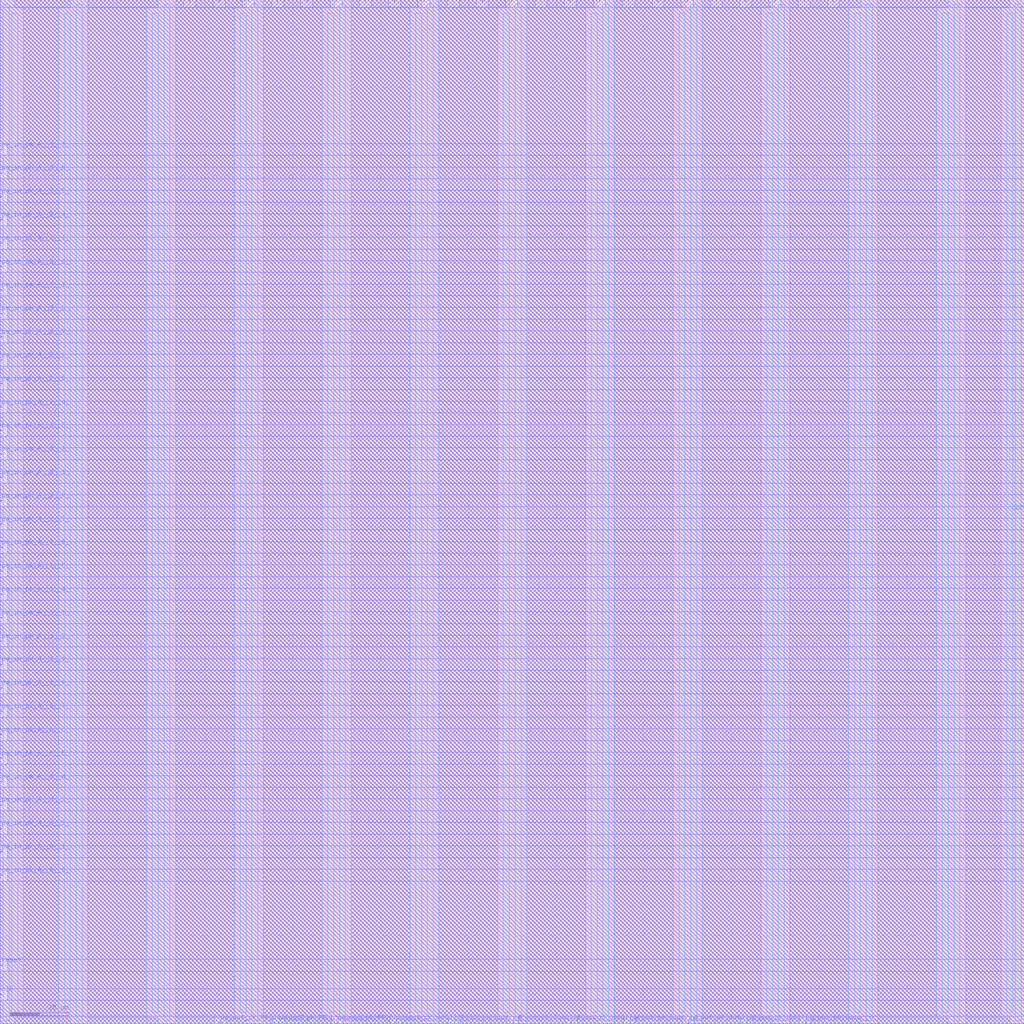
<source format=lef>
###############################################################
#  Generated by:      Cadence Innovus 21.14-s109_1
#  OS:                Linux x86_64(Host ID eecs2420p06.engin.umich.edu)
#  Generated on:      Fri Mar 24 00:08:22 2023
#  Design:            PE_top
#  Command:           write_lef_abstract /afs/umich.edu/class/eecs627/w23/groups/group4/CNN_LSTM/CNN/apr/PE_top/data/PE_top.lef -specifyTopLayer 4 -stripePin -PGpinLayers 4
###############################################################

VERSION 5.8 ;

BUSBITCHARS "[]" ;
DIVIDERCHAR "/" ;

MACRO PE_top
  CLASS BLOCK ;
  SIZE 350.000000 BY 350.000000 ;
  FOREIGN PE_top 0.000000 0.000000 ;
  ORIGIN 0 0 ;
  SYMMETRY X Y R90 ;
  PIN clk
    DIRECTION INPUT ;
    USE SIGNAL ;
    ANTENNAPARTIALMETALAREA 1.38 LAYER M3  ;
    ANTENNAPARTIALMETALSIDEAREA 0.0142 LAYER M3  ;
    ANTENNAMODEL OXIDE1 ;
    ANTENNAGATEAREA 0.8352 LAYER M3  ;
    ANTENNAMAXAREACAR 2.64655 LAYER M3  ;
    ANTENNAMAXSIDEAREACAR 0.0272749 LAYER M3  ;
    ANTENNAMAXCUTCAR 0.191571 LAYER V3  ;
    PORT
      LAYER M3 ;
        RECT 0.000000 9.900000 0.600000 10.100000 ;
    END
  END clk
  PIN reset
    DIRECTION INPUT ;
    USE SIGNAL ;
    ANTENNAPARTIALMETALAREA 4.46 LAYER M3  ;
    ANTENNAPARTIALMETALSIDEAREA 0.0454 LAYER M3  ;
    ANTENNAMODEL OXIDE1 ;
    ANTENNAGATEAREA 0.9552 LAYER M3  ;
    ANTENNAMAXAREACAR 56.4025 LAYER M3  ;
    ANTENNAMAXSIDEAREACAR 0.569324 LAYER M3  ;
    ANTENNAMAXCUTCAR 1.28205 LAYER V3  ;
    PORT
      LAYER M3 ;
        RECT 0.000000 19.900000 0.600000 20.100000 ;
    END
  END reset
  PIN pe_in_pk_PE_state__2_
    DIRECTION INPUT ;
    USE SIGNAL ;
    ANTENNAPARTIALMETALAREA 5.98 LAYER M2  ;
    ANTENNAPARTIALMETALSIDEAREA 0.0598 LAYER M2  ;
    ANTENNAPARTIALCUTAREA 0.04 LAYER V2  ;
    ANTENNAPARTIALMETALAREA 0.24 LAYER M3  ;
    ANTENNAPARTIALMETALSIDEAREA 0.0032 LAYER M3  ;
    ANTENNAMODEL OXIDE1 ;
    ANTENNAGATEAREA 0.0624 LAYER M3  ;
    ANTENNAMAXAREACAR 33.8462 LAYER M3  ;
    ANTENNAMAXSIDEAREACAR 0.358333 LAYER M3  ;
    ANTENNAMAXCUTCAR 1.28205 LAYER V3  ;
    PORT
      LAYER M2 ;
        RECT 84.700000 349.400000 84.900000 350.000000 ;
    END
  END pe_in_pk_PE_state__2_
  PIN pe_in_pk_PE_state__1_
    DIRECTION INPUT ;
    USE SIGNAL ;
    ANTENNAPARTIALMETALAREA 5.1 LAYER M2  ;
    ANTENNAPARTIALMETALSIDEAREA 0.051 LAYER M2  ;
    ANTENNAPARTIALCUTAREA 0.08 LAYER V2  ;
    ANTENNAPARTIALMETALAREA 1.24 LAYER M3  ;
    ANTENNAPARTIALMETALSIDEAREA 0.0128 LAYER M3  ;
    ANTENNAMODEL OXIDE1 ;
    ANTENNAGATEAREA 0.0624 LAYER M3  ;
    ANTENNAMAXAREACAR 87.0513 LAYER M3  ;
    ANTENNAMAXSIDEAREACAR 0.883974 LAYER M3  ;
    ANTENNAMAXCUTCAR 1.92308 LAYER V3  ;
    PORT
      LAYER M2 ;
        RECT 74.700000 349.400000 74.900000 350.000000 ;
    END
  END pe_in_pk_PE_state__1_
  PIN pe_in_pk_PE_state__0_
    DIRECTION INPUT ;
    USE SIGNAL ;
    ANTENNAPARTIALMETALAREA 5.26 LAYER M2  ;
    ANTENNAPARTIALMETALSIDEAREA 0.0526 LAYER M2  ;
    ANTENNAPARTIALCUTAREA 0.08 LAYER V2  ;
    ANTENNAPARTIALMETALAREA 2.6 LAYER M3  ;
    ANTENNAPARTIALMETALSIDEAREA 0.0264 LAYER M3  ;
    ANTENNAMODEL OXIDE1 ;
    ANTENNAGATEAREA 0.0624 LAYER M3  ;
    ANTENNAMAXAREACAR 106.282 LAYER M3  ;
    ANTENNAMAXSIDEAREACAR 1.07628 LAYER M3  ;
    ANTENNAMAXCUTCAR 1.92308 LAYER V3  ;
    PORT
      LAYER M2 ;
        RECT 64.700000 349.400000 64.900000 350.000000 ;
    END
  END pe_in_pk_PE_state__0_
  PIN pe_in_pk_A__3__7_
    DIRECTION INPUT ;
    USE SIGNAL ;
    ANTENNAPARTIALMETALAREA 8.54 LAYER M3  ;
    ANTENNAPARTIALMETALSIDEAREA 0.0854 LAYER M3  ;
    ANTENNAMODEL OXIDE1 ;
    ANTENNAGATEAREA 0.0624 LAYER M3  ;
    ANTENNAMAXAREACAR 169.423 LAYER M3  ;
    ANTENNAMAXSIDEAREACAR 1.70128 LAYER M3  ;
    ANTENNAMAXCUTCAR 1.92308 LAYER V3  ;
    PORT
      LAYER M3 ;
        RECT 0.000000 298.700000 0.600000 298.900000 ;
    END
  END pe_in_pk_A__3__7_
  PIN pe_in_pk_A__3__6_
    DIRECTION INPUT ;
    USE SIGNAL ;
    ANTENNAPARTIALMETALAREA 7.58 LAYER M3  ;
    ANTENNAPARTIALMETALSIDEAREA 0.0758 LAYER M3  ;
    ANTENNAMODEL OXIDE1 ;
    ANTENNAGATEAREA 0.0624 LAYER M3  ;
    ANTENNAMAXAREACAR 127.115 LAYER M3  ;
    ANTENNAMAXSIDEAREACAR 1.27821 LAYER M3  ;
    ANTENNAMAXCUTCAR 1.92308 LAYER V3  ;
    PORT
      LAYER M3 ;
        RECT 0.000000 290.700000 0.600000 290.900000 ;
    END
  END pe_in_pk_A__3__6_
  PIN pe_in_pk_A__3__5_
    DIRECTION INPUT ;
    USE SIGNAL ;
    ANTENNAPARTIALMETALAREA 6.54 LAYER M3  ;
    ANTENNAPARTIALMETALSIDEAREA 0.0654 LAYER M3  ;
    ANTENNAMODEL OXIDE1 ;
    ANTENNAGATEAREA 0.0624 LAYER M3  ;
    ANTENNAMAXAREACAR 121.987 LAYER M3  ;
    ANTENNAMAXSIDEAREACAR 1.22692 LAYER M3  ;
    ANTENNAMAXCUTCAR 1.92308 LAYER V3  ;
    PORT
      LAYER M3 ;
        RECT 0.000000 282.700000 0.600000 282.900000 ;
    END
  END pe_in_pk_A__3__5_
  PIN pe_in_pk_A__3__4_
    DIRECTION INPUT ;
    USE SIGNAL ;
    ANTENNAPARTIALMETALAREA 6.14 LAYER M3  ;
    ANTENNAPARTIALMETALSIDEAREA 0.0614 LAYER M3  ;
    ANTENNAMODEL OXIDE1 ;
    ANTENNAGATEAREA 0.0624 LAYER M3  ;
    ANTENNAMAXAREACAR 113.013 LAYER M3  ;
    ANTENNAMAXSIDEAREACAR 1.13718 LAYER M3  ;
    ANTENNAMAXCUTCAR 1.92308 LAYER V3  ;
    PORT
      LAYER M3 ;
        RECT 0.000000 274.700000 0.600000 274.900000 ;
    END
  END pe_in_pk_A__3__4_
  PIN pe_in_pk_A__3__3_
    DIRECTION INPUT ;
    USE SIGNAL ;
    ANTENNAPARTIALMETALAREA 6.14 LAYER M3  ;
    ANTENNAPARTIALMETALSIDEAREA 0.0614 LAYER M3  ;
    ANTENNAMODEL OXIDE1 ;
    ANTENNAGATEAREA 0.0624 LAYER M3  ;
    ANTENNAMAXAREACAR 106.603 LAYER M3  ;
    ANTENNAMAXSIDEAREACAR 1.07308 LAYER M3  ;
    ANTENNAMAXCUTCAR 1.92308 LAYER V3  ;
    PORT
      LAYER M3 ;
        RECT 0.000000 266.700000 0.600000 266.900000 ;
    END
  END pe_in_pk_A__3__3_
  PIN pe_in_pk_A__3__2_
    DIRECTION INPUT ;
    USE SIGNAL ;
    ANTENNAPARTIALMETALAREA 6.22 LAYER M3  ;
    ANTENNAPARTIALMETALSIDEAREA 0.0622 LAYER M3  ;
    ANTENNAMODEL OXIDE1 ;
    ANTENNAGATEAREA 0.0624 LAYER M3  ;
    ANTENNAMAXAREACAR 107.885 LAYER M3  ;
    ANTENNAMAXSIDEAREACAR 1.0859 LAYER M3  ;
    ANTENNAMAXCUTCAR 1.92308 LAYER V3  ;
    PORT
      LAYER M3 ;
        RECT 0.000000 258.700000 0.600000 258.900000 ;
    END
  END pe_in_pk_A__3__2_
  PIN pe_in_pk_A__3__1_
    DIRECTION INPUT ;
    USE SIGNAL ;
    ANTENNAPARTIALMETALAREA 6.38 LAYER M3  ;
    ANTENNAPARTIALMETALSIDEAREA 0.0638 LAYER M3  ;
    ANTENNAMODEL OXIDE1 ;
    ANTENNAGATEAREA 0.0624 LAYER M3  ;
    ANTENNAMAXAREACAR 109.167 LAYER M3  ;
    ANTENNAMAXSIDEAREACAR 1.09872 LAYER M3  ;
    ANTENNAMAXCUTCAR 1.92308 LAYER V3  ;
    PORT
      LAYER M3 ;
        RECT 0.000000 250.700000 0.600000 250.900000 ;
    END
  END pe_in_pk_A__3__1_
  PIN pe_in_pk_A__3__0_
    DIRECTION INPUT ;
    USE SIGNAL ;
    ANTENNAPARTIALMETALAREA 6.38 LAYER M3  ;
    ANTENNAPARTIALMETALSIDEAREA 0.0638 LAYER M3  ;
    ANTENNAMODEL OXIDE1 ;
    ANTENNAGATEAREA 0.0624 LAYER M3  ;
    ANTENNAMAXAREACAR 106.603 LAYER M3  ;
    ANTENNAMAXSIDEAREACAR 1.07308 LAYER M3  ;
    ANTENNAMAXCUTCAR 1.92308 LAYER V3  ;
    PORT
      LAYER M3 ;
        RECT 0.000000 242.700000 0.600000 242.900000 ;
    END
  END pe_in_pk_A__3__0_
  PIN pe_in_pk_A__2__7_
    DIRECTION INPUT ;
    USE SIGNAL ;
    ANTENNAPARTIALMETALAREA 6.46 LAYER M3  ;
    ANTENNAPARTIALMETALSIDEAREA 0.0646 LAYER M3  ;
    ANTENNAMODEL OXIDE1 ;
    ANTENNAGATEAREA 0.0624 LAYER M3  ;
    ANTENNAMAXAREACAR 114.295 LAYER M3  ;
    ANTENNAMAXSIDEAREACAR 1.15 LAYER M3  ;
    ANTENNAMAXCUTCAR 1.92308 LAYER V3  ;
    PORT
      LAYER M3 ;
        RECT 0.000000 234.700000 0.600000 234.900000 ;
    END
  END pe_in_pk_A__2__7_
  PIN pe_in_pk_A__2__6_
    DIRECTION INPUT ;
    USE SIGNAL ;
    ANTENNAPARTIALMETALAREA 6.62 LAYER M3  ;
    ANTENNAPARTIALMETALSIDEAREA 0.0662 LAYER M3  ;
    ANTENNAMODEL OXIDE1 ;
    ANTENNAGATEAREA 0.0624 LAYER M3  ;
    ANTENNAMAXAREACAR 115.577 LAYER M3  ;
    ANTENNAMAXSIDEAREACAR 1.16282 LAYER M3  ;
    ANTENNAMAXCUTCAR 1.92308 LAYER V3  ;
    PORT
      LAYER M3 ;
        RECT 0.000000 226.700000 0.600000 226.900000 ;
    END
  END pe_in_pk_A__2__6_
  PIN pe_in_pk_A__2__5_
    DIRECTION INPUT ;
    USE SIGNAL ;
    ANTENNAPARTIALMETALAREA 6.46 LAYER M3  ;
    ANTENNAPARTIALMETALSIDEAREA 0.0646 LAYER M3  ;
    ANTENNAMODEL OXIDE1 ;
    ANTENNAGATEAREA 0.0624 LAYER M3  ;
    ANTENNAMAXAREACAR 113.013 LAYER M3  ;
    ANTENNAMAXSIDEAREACAR 1.13718 LAYER M3  ;
    ANTENNAMAXCUTCAR 1.92308 LAYER V3  ;
    PORT
      LAYER M3 ;
        RECT 0.000000 218.700000 0.600000 218.900000 ;
    END
  END pe_in_pk_A__2__5_
  PIN pe_in_pk_A__2__4_
    DIRECTION INPUT ;
    USE SIGNAL ;
    ANTENNAPARTIALMETALAREA 6.46 LAYER M3  ;
    ANTENNAPARTIALMETALSIDEAREA 0.0646 LAYER M3  ;
    ANTENNAMODEL OXIDE1 ;
    ANTENNAGATEAREA 0.0624 LAYER M3  ;
    ANTENNAMAXAREACAR 107.885 LAYER M3  ;
    ANTENNAMAXSIDEAREACAR 1.0859 LAYER M3  ;
    ANTENNAMAXCUTCAR 1.92308 LAYER V3  ;
    PORT
      LAYER M3 ;
        RECT 0.000000 210.700000 0.600000 210.900000 ;
    END
  END pe_in_pk_A__2__4_
  PIN pe_in_pk_A__2__3_
    DIRECTION INPUT ;
    USE SIGNAL ;
    ANTENNAPARTIALMETALAREA 6.54 LAYER M3  ;
    ANTENNAPARTIALMETALSIDEAREA 0.0654 LAYER M3  ;
    ANTENNAMODEL OXIDE1 ;
    ANTENNAGATEAREA 0.0624 LAYER M3  ;
    ANTENNAMAXAREACAR 110.449 LAYER M3  ;
    ANTENNAMAXSIDEAREACAR 1.11154 LAYER M3  ;
    ANTENNAMAXCUTCAR 1.92308 LAYER V3  ;
    PORT
      LAYER M3 ;
        RECT 0.000000 202.700000 0.600000 202.900000 ;
    END
  END pe_in_pk_A__2__3_
  PIN pe_in_pk_A__2__2_
    DIRECTION INPUT ;
    USE SIGNAL ;
    ANTENNAPARTIALMETALAREA 5.1 LAYER M3  ;
    ANTENNAPARTIALMETALSIDEAREA 0.051 LAYER M3  ;
    ANTENNAMODEL OXIDE1 ;
    ANTENNAGATEAREA 0.0624 LAYER M3  ;
    ANTENNAMAXAREACAR 91.2179 LAYER M3  ;
    ANTENNAMAXSIDEAREACAR 0.919231 LAYER M3  ;
    ANTENNAMAXCUTCAR 1.92308 LAYER V3  ;
    PORT
      LAYER M3 ;
        RECT 0.000000 194.700000 0.600000 194.900000 ;
    END
  END pe_in_pk_A__2__2_
  PIN pe_in_pk_A__2__1_
    DIRECTION INPUT ;
    USE SIGNAL ;
    ANTENNAPARTIALMETALAREA 4.06 LAYER M3  ;
    ANTENNAPARTIALMETALSIDEAREA 0.0406 LAYER M3  ;
    ANTENNAMODEL OXIDE1 ;
    ANTENNAGATEAREA 0.0624 LAYER M3  ;
    ANTENNAMAXAREACAR 74.5513 LAYER M3  ;
    ANTENNAMAXSIDEAREACAR 0.752564 LAYER M3  ;
    ANTENNAMAXCUTCAR 1.92308 LAYER V3  ;
    PORT
      LAYER M3 ;
        RECT 0.000000 186.700000 0.600000 186.900000 ;
    END
  END pe_in_pk_A__2__1_
  PIN pe_in_pk_A__2__0_
    DIRECTION INPUT ;
    USE SIGNAL ;
    ANTENNAPARTIALMETALAREA 3.34 LAYER M3  ;
    ANTENNAPARTIALMETALSIDEAREA 0.0334 LAYER M3  ;
    ANTENNAMODEL OXIDE1 ;
    ANTENNAGATEAREA 0.0624 LAYER M3  ;
    ANTENNAMAXAREACAR 66.859 LAYER M3  ;
    ANTENNAMAXSIDEAREACAR 0.675641 LAYER M3  ;
    ANTENNAMAXCUTCAR 1.92308 LAYER V3  ;
    PORT
      LAYER M3 ;
        RECT 0.000000 178.700000 0.600000 178.900000 ;
    END
  END pe_in_pk_A__2__0_
  PIN pe_in_pk_A__1__7_
    DIRECTION INPUT ;
    USE SIGNAL ;
    ANTENNAPARTIALMETALAREA 2.22 LAYER M3  ;
    ANTENNAPARTIALMETALSIDEAREA 0.0222 LAYER M3  ;
    ANTENNAMODEL OXIDE1 ;
    ANTENNAGATEAREA 0.0624 LAYER M3  ;
    ANTENNAMAXAREACAR 48.9103 LAYER M3  ;
    ANTENNAMAXSIDEAREACAR 0.496154 LAYER M3  ;
    ANTENNAMAXCUTCAR 1.92308 LAYER V3  ;
    PORT
      LAYER M3 ;
        RECT 0.000000 170.700000 0.600000 170.900000 ;
    END
  END pe_in_pk_A__1__7_
  PIN pe_in_pk_A__1__6_
    DIRECTION INPUT ;
    USE SIGNAL ;
    ANTENNAPARTIALMETALAREA 1.58 LAYER M3  ;
    ANTENNAPARTIALMETALSIDEAREA 0.0158 LAYER M3  ;
    ANTENNAMODEL OXIDE1 ;
    ANTENNAGATEAREA 0.0624 LAYER M3  ;
    ANTENNAMAXAREACAR 30.9615 LAYER M3  ;
    ANTENNAMAXSIDEAREACAR 0.316667 LAYER M3  ;
    ANTENNAMAXCUTCAR 1.92308 LAYER V3  ;
    PORT
      LAYER M3 ;
        RECT 0.000000 162.700000 0.600000 162.900000 ;
    END
  END pe_in_pk_A__1__6_
  PIN pe_in_pk_A__1__5_
    DIRECTION INPUT ;
    USE SIGNAL ;
    ANTENNAPARTIALMETALAREA 1.66 LAYER M3  ;
    ANTENNAPARTIALMETALSIDEAREA 0.0166 LAYER M3  ;
    ANTENNAMODEL OXIDE1 ;
    ANTENNAGATEAREA 0.0624 LAYER M3  ;
    ANTENNAMAXAREACAR 34.8077 LAYER M3  ;
    ANTENNAMAXSIDEAREACAR 0.355128 LAYER M3  ;
    ANTENNAMAXCUTCAR 1.92308 LAYER V3  ;
    PORT
      LAYER M3 ;
        RECT 0.000000 154.700000 0.600000 154.900000 ;
    END
  END pe_in_pk_A__1__5_
  PIN pe_in_pk_A__1__4_
    DIRECTION INPUT ;
    USE SIGNAL ;
    ANTENNAPARTIALMETALAREA 1.74 LAYER M3  ;
    ANTENNAPARTIALMETALSIDEAREA 0.0174 LAYER M3  ;
    ANTENNAMODEL OXIDE1 ;
    ANTENNAGATEAREA 0.0624 LAYER M3  ;
    ANTENNAMAXAREACAR 33.5256 LAYER M3  ;
    ANTENNAMAXSIDEAREACAR 0.342308 LAYER M3  ;
    ANTENNAMAXCUTCAR 1.92308 LAYER V3  ;
    PORT
      LAYER M3 ;
        RECT 0.000000 146.700000 0.600000 146.900000 ;
    END
  END pe_in_pk_A__1__4_
  PIN pe_in_pk_A__1__3_
    DIRECTION INPUT ;
    USE SIGNAL ;
    ANTENNAPARTIALMETALAREA 1.66 LAYER M3  ;
    ANTENNAPARTIALMETALSIDEAREA 0.0166 LAYER M3  ;
    ANTENNAMODEL OXIDE1 ;
    ANTENNAGATEAREA 0.0624 LAYER M3  ;
    ANTENNAMAXAREACAR 30.9615 LAYER M3  ;
    ANTENNAMAXSIDEAREACAR 0.316667 LAYER M3  ;
    ANTENNAMAXCUTCAR 1.92308 LAYER V3  ;
    PORT
      LAYER M3 ;
        RECT 0.000000 138.700000 0.600000 138.900000 ;
    END
  END pe_in_pk_A__1__3_
  PIN pe_in_pk_A__1__2_
    DIRECTION INPUT ;
    USE SIGNAL ;
    ANTENNAPARTIALMETALAREA 1.74 LAYER M3  ;
    ANTENNAPARTIALMETALSIDEAREA 0.0174 LAYER M3  ;
    ANTENNAMODEL OXIDE1 ;
    ANTENNAGATEAREA 0.0624 LAYER M3  ;
    ANTENNAMAXAREACAR 45.0641 LAYER M3  ;
    ANTENNAMAXSIDEAREACAR 0.457692 LAYER M3  ;
    ANTENNAMAXCUTCAR 1.92308 LAYER V3  ;
    PORT
      LAYER M3 ;
        RECT 0.000000 130.700000 0.600000 130.900000 ;
    END
  END pe_in_pk_A__1__2_
  PIN pe_in_pk_A__1__1_
    DIRECTION INPUT ;
    USE SIGNAL ;
    ANTENNAPARTIALMETALAREA 1.74 LAYER M3  ;
    ANTENNAPARTIALMETALSIDEAREA 0.0174 LAYER M3  ;
    ANTENNAMODEL OXIDE1 ;
    ANTENNAGATEAREA 0.0624 LAYER M3  ;
    ANTENNAMAXAREACAR 39.9359 LAYER M3  ;
    ANTENNAMAXSIDEAREACAR 0.40641 LAYER M3  ;
    ANTENNAMAXCUTCAR 1.92308 LAYER V3  ;
    PORT
      LAYER M3 ;
        RECT 0.000000 122.700000 0.600000 122.900000 ;
    END
  END pe_in_pk_A__1__1_
  PIN pe_in_pk_A__1__0_
    DIRECTION INPUT ;
    USE SIGNAL ;
    ANTENNAPARTIALMETALAREA 2.54 LAYER M3  ;
    ANTENNAPARTIALMETALSIDEAREA 0.0254 LAYER M3  ;
    ANTENNAMODEL OXIDE1 ;
    ANTENNAGATEAREA 0.0624 LAYER M3  ;
    ANTENNAMAXAREACAR 50.1923 LAYER M3  ;
    ANTENNAMAXSIDEAREACAR 0.508974 LAYER M3  ;
    ANTENNAMAXCUTCAR 1.92308 LAYER V3  ;
    PORT
      LAYER M3 ;
        RECT 0.000000 114.700000 0.600000 114.900000 ;
    END
  END pe_in_pk_A__1__0_
  PIN pe_in_pk_A__0__7_
    DIRECTION INPUT ;
    USE SIGNAL ;
    ANTENNAPARTIALMETALAREA 3.34 LAYER M3  ;
    ANTENNAPARTIALMETALSIDEAREA 0.0334 LAYER M3  ;
    ANTENNAMODEL OXIDE1 ;
    ANTENNAGATEAREA 0.0624 LAYER M3  ;
    ANTENNAMAXAREACAR 60.4487 LAYER M3  ;
    ANTENNAMAXSIDEAREACAR 0.611538 LAYER M3  ;
    ANTENNAMAXCUTCAR 1.92308 LAYER V3  ;
    PORT
      LAYER M3 ;
        RECT 0.000000 106.700000 0.600000 106.900000 ;
    END
  END pe_in_pk_A__0__7_
  PIN pe_in_pk_A__0__6_
    DIRECTION INPUT ;
    USE SIGNAL ;
    ANTENNAPARTIALMETALAREA 3.34 LAYER M3  ;
    ANTENNAPARTIALMETALSIDEAREA 0.0334 LAYER M3  ;
    ANTENNAMODEL OXIDE1 ;
    ANTENNAGATEAREA 0.0624 LAYER M3  ;
    ANTENNAMAXAREACAR 66.859 LAYER M3  ;
    ANTENNAMAXSIDEAREACAR 0.675641 LAYER M3  ;
    ANTENNAMAXCUTCAR 1.92308 LAYER V3  ;
    PORT
      LAYER M3 ;
        RECT 0.000000 98.700000 0.600000 98.900000 ;
    END
  END pe_in_pk_A__0__6_
  PIN pe_in_pk_A__0__5_
    DIRECTION INPUT ;
    USE SIGNAL ;
    ANTENNAPARTIALMETALAREA 3.58 LAYER M3  ;
    ANTENNAPARTIALMETALSIDEAREA 0.0358 LAYER M3  ;
    ANTENNAMODEL OXIDE1 ;
    ANTENNAGATEAREA 0.0624 LAYER M3  ;
    ANTENNAMAXAREACAR 68.141 LAYER M3  ;
    ANTENNAMAXSIDEAREACAR 0.688462 LAYER M3  ;
    ANTENNAMAXCUTCAR 1.92308 LAYER V3  ;
    PORT
      LAYER M3 ;
        RECT 0.000000 90.700000 0.600000 90.900000 ;
    END
  END pe_in_pk_A__0__5_
  PIN pe_in_pk_A__0__4_
    DIRECTION INPUT ;
    USE SIGNAL ;
    ANTENNAPARTIALMETALAREA 3.9 LAYER M3  ;
    ANTENNAPARTIALMETALSIDEAREA 0.039 LAYER M3  ;
    ANTENNAMODEL OXIDE1 ;
    ANTENNAGATEAREA 0.0624 LAYER M3  ;
    ANTENNAMAXAREACAR 70.7051 LAYER M3  ;
    ANTENNAMAXSIDEAREACAR 0.714103 LAYER M3  ;
    ANTENNAMAXCUTCAR 1.92308 LAYER V3  ;
    PORT
      LAYER M3 ;
        RECT 0.000000 82.700000 0.600000 82.900000 ;
    END
  END pe_in_pk_A__0__4_
  PIN pe_in_pk_A__0__3_
    DIRECTION INPUT ;
    USE SIGNAL ;
    ANTENNAPARTIALMETALAREA 4.3 LAYER M3  ;
    ANTENNAPARTIALMETALSIDEAREA 0.043 LAYER M3  ;
    ANTENNAMODEL OXIDE1 ;
    ANTENNAGATEAREA 0.0624 LAYER M3  ;
    ANTENNAMAXAREACAR 74.5513 LAYER M3  ;
    ANTENNAMAXSIDEAREACAR 0.752564 LAYER M3  ;
    ANTENNAMAXCUTCAR 1.92308 LAYER V3  ;
    PORT
      LAYER M3 ;
        RECT 0.000000 74.700000 0.600000 74.900000 ;
    END
  END pe_in_pk_A__0__3_
  PIN pe_in_pk_A__0__2_
    DIRECTION INPUT ;
    USE SIGNAL ;
    ANTENNAPARTIALMETALAREA 2.06 LAYER M3  ;
    ANTENNAPARTIALMETALSIDEAREA 0.0206 LAYER M3  ;
    ANTENNAMODEL OXIDE1 ;
    ANTENNAGATEAREA 0.0624 LAYER M3  ;
    ANTENNAMAXAREACAR 59.1667 LAYER M3  ;
    ANTENNAMAXSIDEAREACAR 0.598718 LAYER M3  ;
    ANTENNAMAXCUTCAR 1.92308 LAYER V3  ;
    PORT
      LAYER M3 ;
        RECT 0.000000 66.700000 0.600000 66.900000 ;
    END
  END pe_in_pk_A__0__2_
  PIN pe_in_pk_A__0__1_
    DIRECTION INPUT ;
    USE SIGNAL ;
    ANTENNAPARTIALMETALAREA 2.06 LAYER M3  ;
    ANTENNAPARTIALMETALSIDEAREA 0.0206 LAYER M3  ;
    ANTENNAPARTIALCUTAREA 0.08 LAYER V3  ;
    ANTENNAPARTIALMETALAREA 0.36 LAYER M4  ;
    ANTENNAPARTIALMETALSIDEAREA 0.004 LAYER M4  ;
    ANTENNAMODEL OXIDE1 ;
    ANTENNAGATEAREA 0.0624 LAYER M4  ;
    ANTENNAMAXAREACAR 55.641 LAYER M4  ;
    ANTENNAMAXSIDEAREACAR 0.576282 LAYER M4  ;
    ANTENNAMAXCUTCAR 3.20513 LAYER V4  ;
    PORT
      LAYER M3 ;
        RECT 0.000000 58.700000 0.600000 58.900000 ;
    END
  END pe_in_pk_A__0__1_
  PIN pe_in_pk_A__0__0_
    DIRECTION INPUT ;
    USE SIGNAL ;
    ANTENNAPARTIALMETALAREA 4.78 LAYER M3  ;
    ANTENNAPARTIALMETALSIDEAREA 0.0478 LAYER M3  ;
    ANTENNAMODEL OXIDE1 ;
    ANTENNAGATEAREA 0.0624 LAYER M3  ;
    ANTENNAMAXAREACAR 133.526 LAYER M3  ;
    ANTENNAMAXSIDEAREACAR 1.34231 LAYER M3  ;
    ANTENNAMAXCUTCAR 1.92308 LAYER V3  ;
    PORT
      LAYER M3 ;
        RECT 0.000000 50.700000 0.600000 50.900000 ;
    END
  END pe_in_pk_A__0__0_
  PIN pe_in_pk_wrb_data__7_
    DIRECTION INPUT ;
    USE SIGNAL ;
    ANTENNAPARTIALMETALAREA 11.82 LAYER M2  ;
    ANTENNAPARTIALMETALSIDEAREA 0.1182 LAYER M2  ;
    ANTENNAPARTIALCUTAREA 0.08 LAYER V2  ;
    ANTENNAPARTIALMETALAREA 7.56 LAYER M3  ;
    ANTENNAPARTIALMETALSIDEAREA 0.076 LAYER M3  ;
    ANTENNAPARTIALCUTAREA 0.04 LAYER V3  ;
    ANTENNAPARTIALMETALAREA 19.12 LAYER M4  ;
    ANTENNAPARTIALMETALSIDEAREA 0.1928 LAYER M4  ;
    ANTENNAMODEL OXIDE1 ;
    ANTENNAGATEAREA 0.3792 LAYER M4  ;
    ANTENNAMAXAREACAR 111.191 LAYER M4  ;
    ANTENNAMAXSIDEAREACAR 1.136 LAYER M4  ;
    ANTENNAMAXCUTCAR 5.76923 LAYER V4  ;
    PORT
      LAYER M2 ;
        RECT 284.700000 349.400000 284.900000 350.000000 ;
    END
  END pe_in_pk_wrb_data__7_
  PIN pe_in_pk_wrb_data__6_
    DIRECTION INPUT ;
    USE SIGNAL ;
    ANTENNAPARTIALMETALAREA 8.86 LAYER M2  ;
    ANTENNAPARTIALMETALSIDEAREA 0.0886 LAYER M2  ;
    ANTENNAPARTIALCUTAREA 0.08 LAYER V2  ;
    ANTENNAPARTIALMETALAREA 9.48 LAYER M3  ;
    ANTENNAPARTIALMETALSIDEAREA 0.0952 LAYER M3  ;
    ANTENNAMODEL OXIDE1 ;
    ANTENNAGATEAREA 0.1272 LAYER M3  ;
    ANTENNAMAXAREACAR 78.3648 LAYER M3  ;
    ANTENNAMAXSIDEAREACAR 0.789937 LAYER M3  ;
    ANTENNAPARTIALCUTAREA 0.08 LAYER V3  ;
    ANTENNAMAXCUTCAR 1.88679 LAYER V3  ;
    ANTENNAPARTIALMETALAREA 24.44 LAYER M4  ;
    ANTENNAPARTIALMETALSIDEAREA 0.2448 LAYER M4  ;
    ANTENNAGATEAREA 0.444 LAYER M4  ;
    ANTENNAMAXAREACAR 133.41 LAYER M4  ;
    ANTENNAMAXSIDEAREACAR 1.34129 LAYER M4  ;
    ANTENNAMAXCUTCAR 3.20513 LAYER V4  ;
    PORT
      LAYER M2 ;
        RECT 274.700000 349.400000 274.900000 350.000000 ;
    END
  END pe_in_pk_wrb_data__6_
  PIN pe_in_pk_wrb_data__5_
    DIRECTION INPUT ;
    USE SIGNAL ;
    ANTENNAPARTIALMETALAREA 8.54 LAYER M2  ;
    ANTENNAPARTIALMETALSIDEAREA 0.0854 LAYER M2  ;
    ANTENNAPARTIALCUTAREA 0.08 LAYER V2  ;
    ANTENNAPARTIALMETALAREA 8.24 LAYER M3  ;
    ANTENNAPARTIALMETALSIDEAREA 0.0832 LAYER M3  ;
    ANTENNAMODEL OXIDE1 ;
    ANTENNAGATEAREA 0.0624 LAYER M3  ;
    ANTENNAMAXAREACAR 151.795 LAYER M3  ;
    ANTENNAMAXSIDEAREACAR 1.53782 LAYER M3  ;
    ANTENNAPARTIALCUTAREA 0.08 LAYER V3  ;
    ANTENNAMAXCUTCAR 4.48718 LAYER V3  ;
    ANTENNAPARTIALMETALAREA 26 LAYER M4  ;
    ANTENNAPARTIALMETALSIDEAREA 0.2608 LAYER M4  ;
    ANTENNAGATEAREA 0.3792 LAYER M4  ;
    ANTENNAMAXAREACAR 220.36 LAYER M4  ;
    ANTENNAMAXSIDEAREACAR 2.22558 LAYER M4  ;
    ANTENNAMAXCUTCAR 4.48718 LAYER V4  ;
    PORT
      LAYER M2 ;
        RECT 264.700000 349.400000 264.900000 350.000000 ;
    END
  END pe_in_pk_wrb_data__5_
  PIN pe_in_pk_wrb_data__4_
    DIRECTION INPUT ;
    USE SIGNAL ;
    ANTENNAPARTIALMETALAREA 17.18 LAYER M2  ;
    ANTENNAPARTIALMETALSIDEAREA 0.1718 LAYER M2  ;
    ANTENNAPARTIALCUTAREA 0.08 LAYER V2  ;
    ANTENNAPARTIALMETALAREA 6.36 LAYER M3  ;
    ANTENNAPARTIALMETALSIDEAREA 0.064 LAYER M3  ;
    ANTENNAMODEL OXIDE1 ;
    ANTENNAGATEAREA 0.1272 LAYER M3  ;
    ANTENNAMAXAREACAR 53.8365 LAYER M3  ;
    ANTENNAMAXSIDEAREACAR 0.544654 LAYER M3  ;
    ANTENNAPARTIALCUTAREA 0.08 LAYER V3  ;
    ANTENNAMAXCUTCAR 1.88679 LAYER V3  ;
    ANTENNAPARTIALMETALAREA 16.24 LAYER M4  ;
    ANTENNAPARTIALMETALSIDEAREA 0.1632 LAYER M4  ;
    ANTENNAGATEAREA 0.444 LAYER M4  ;
    ANTENNAMAXAREACAR 90.4131 LAYER M4  ;
    ANTENNAMAXSIDEAREACAR 0.912222 LAYER M4  ;
    ANTENNAMAXCUTCAR 4.48718 LAYER V4  ;
    PORT
      LAYER M2 ;
        RECT 254.700000 349.400000 254.900000 350.000000 ;
    END
  END pe_in_pk_wrb_data__4_
  PIN pe_in_pk_wrb_data__3_
    DIRECTION INPUT ;
    USE SIGNAL ;
    ANTENNAPARTIALMETALAREA 16.78 LAYER M2  ;
    ANTENNAPARTIALMETALSIDEAREA 0.1678 LAYER M2  ;
    ANTENNAPARTIALCUTAREA 0.08 LAYER V2  ;
    ANTENNAPARTIALMETALAREA 4.2 LAYER M3  ;
    ANTENNAPARTIALMETALSIDEAREA 0.0424 LAYER M3  ;
    ANTENNAMODEL OXIDE1 ;
    ANTENNAGATEAREA 0.0624 LAYER M3  ;
    ANTENNAMAXAREACAR 78.0769 LAYER M3  ;
    ANTENNAMAXSIDEAREACAR 0.794231 LAYER M3  ;
    ANTENNAPARTIALCUTAREA 0.08 LAYER V3  ;
    ANTENNAMAXCUTCAR 3.20513 LAYER V3  ;
    ANTENNAPARTIALMETALAREA 18.12 LAYER M4  ;
    ANTENNAPARTIALMETALSIDEAREA 0.1816 LAYER M4  ;
    ANTENNAGATEAREA 0.3792 LAYER M4  ;
    ANTENNAMAXAREACAR 125.862 LAYER M4  ;
    ANTENNAMAXSIDEAREACAR 1.27313 LAYER M4  ;
    ANTENNAMAXCUTCAR 3.20513 LAYER V4  ;
    PORT
      LAYER M2 ;
        RECT 244.700000 349.400000 244.900000 350.000000 ;
    END
  END pe_in_pk_wrb_data__3_
  PIN pe_in_pk_wrb_data__2_
    DIRECTION INPUT ;
    USE SIGNAL ;
    ANTENNAPARTIALMETALAREA 5.74 LAYER M2  ;
    ANTENNAPARTIALMETALSIDEAREA 0.0574 LAYER M2  ;
    ANTENNAPARTIALCUTAREA 0.08 LAYER V2  ;
    ANTENNAPARTIALMETALAREA 3.08 LAYER M3  ;
    ANTENNAPARTIALMETALSIDEAREA 0.0312 LAYER M3  ;
    ANTENNAPARTIALCUTAREA 0.08 LAYER V3  ;
    ANTENNAPARTIALMETALAREA 22.72 LAYER M4  ;
    ANTENNAPARTIALMETALSIDEAREA 0.228 LAYER M4  ;
    ANTENNAMODEL OXIDE1 ;
    ANTENNAGATEAREA 0.3792 LAYER M4  ;
    ANTENNAMAXAREACAR 129.98 LAYER M4  ;
    ANTENNAMAXSIDEAREACAR 1.31857 LAYER M4  ;
    ANTENNAMAXCUTCAR 4.48718 LAYER V4  ;
    PORT
      LAYER M2 ;
        RECT 234.700000 349.400000 234.900000 350.000000 ;
    END
  END pe_in_pk_wrb_data__2_
  PIN pe_in_pk_wrb_data__1_
    DIRECTION INPUT ;
    USE SIGNAL ;
    ANTENNAPARTIALMETALAREA 5.26 LAYER M2  ;
    ANTENNAPARTIALMETALSIDEAREA 0.0526 LAYER M2  ;
    ANTENNAPARTIALCUTAREA 0.08 LAYER V2  ;
    ANTENNAPARTIALMETALAREA 0.44 LAYER M3  ;
    ANTENNAPARTIALMETALSIDEAREA 0.0048 LAYER M3  ;
    ANTENNAPARTIALCUTAREA 0.08 LAYER V3  ;
    ANTENNAPARTIALMETALAREA 28.48 LAYER M4  ;
    ANTENNAPARTIALMETALSIDEAREA 0.2856 LAYER M4  ;
    ANTENNAMODEL OXIDE1 ;
    ANTENNAGATEAREA 0.3792 LAYER M4  ;
    ANTENNAMAXAREACAR 102.055 LAYER M4  ;
    ANTENNAMAXSIDEAREACAR 1.02738 LAYER M4  ;
    ANTENNAMAXCUTCAR 4.48718 LAYER V4  ;
    PORT
      LAYER M2 ;
        RECT 224.700000 349.400000 224.900000 350.000000 ;
    END
  END pe_in_pk_wrb_data__1_
  PIN pe_in_pk_wrb_data__0_
    DIRECTION INPUT ;
    USE SIGNAL ;
    ANTENNAPARTIALMETALAREA 6.7 LAYER M2  ;
    ANTENNAPARTIALMETALSIDEAREA 0.067 LAYER M2  ;
    ANTENNAPARTIALCUTAREA 0.08 LAYER V2  ;
    ANTENNAPARTIALMETALAREA 0.84 LAYER M3  ;
    ANTENNAPARTIALMETALSIDEAREA 0.0088 LAYER M3  ;
    ANTENNAPARTIALCUTAREA 0.08 LAYER V3  ;
    ANTENNAPARTIALMETALAREA 26.28 LAYER M4  ;
    ANTENNAPARTIALMETALSIDEAREA 0.2632 LAYER M4  ;
    ANTENNAMODEL OXIDE1 ;
    ANTENNAGATEAREA 0.3792 LAYER M4  ;
    ANTENNAMAXAREACAR 111.483 LAYER M4  ;
    ANTENNAMAXSIDEAREACAR 1.12935 LAYER M4  ;
    ANTENNAMAXCUTCAR 3.20513 LAYER V4  ;
    PORT
      LAYER M2 ;
        RECT 214.700000 349.400000 214.900000 350.000000 ;
    END
  END pe_in_pk_wrb_data__0_
  PIN pe_in_pk_wrb_addr__3_
    DIRECTION INPUT ;
    USE SIGNAL ;
    ANTENNAPARTIALMETALAREA 4.7 LAYER M2  ;
    ANTENNAPARTIALMETALSIDEAREA 0.047 LAYER M2  ;
    ANTENNAPARTIALCUTAREA 0.08 LAYER V2  ;
    ANTENNAPARTIALMETALAREA 0.84 LAYER M3  ;
    ANTENNAPARTIALMETALSIDEAREA 0.0088 LAYER M3  ;
    ANTENNAMODEL OXIDE1 ;
    ANTENNAGATEAREA 0.264 LAYER M3  ;
    ANTENNAMAXAREACAR 5.50152 LAYER M3  ;
    ANTENNAMAXSIDEAREACAR 0.0554545 LAYER M3  ;
    ANTENNAPARTIALCUTAREA 0.08 LAYER V3  ;
    ANTENNAMAXCUTCAR 0.909091 LAYER V3  ;
    ANTENNAPARTIALMETALAREA 27.32 LAYER M4  ;
    ANTENNAPARTIALMETALSIDEAREA 0.2736 LAYER M4  ;
    ANTENNAGATEAREA 1.056 LAYER M4  ;
    ANTENNAMAXAREACAR 41.6758 LAYER M4  ;
    ANTENNAMAXSIDEAREACAR 0.417576 LAYER M4  ;
    ANTENNAMAXCUTCAR 0.909091 LAYER V4  ;
    PORT
      LAYER M2 ;
        RECT 204.700000 349.400000 204.900000 350.000000 ;
    END
  END pe_in_pk_wrb_addr__3_
  PIN pe_in_pk_wrb_addr__2_
    DIRECTION INPUT ;
    USE SIGNAL ;
    ANTENNAPARTIALMETALAREA 4.78 LAYER M2  ;
    ANTENNAPARTIALMETALSIDEAREA 0.0478 LAYER M2  ;
    ANTENNAPARTIALCUTAREA 0.08 LAYER V2  ;
    ANTENNAPARTIALMETALAREA 4.32 LAYER M3  ;
    ANTENNAPARTIALMETALSIDEAREA 0.044 LAYER M3  ;
    ANTENNAMODEL OXIDE1 ;
    ANTENNAGATEAREA 0.8136 LAYER M3  ;
    ANTENNAMAXAREACAR 14.1259 LAYER M3  ;
    ANTENNAMAXSIDEAREACAR 0.142056 LAYER M3  ;
    ANTENNAPARTIALCUTAREA 0.08 LAYER V3  ;
    ANTENNAMAXCUTCAR 1.38038 LAYER V3  ;
    ANTENNAPARTIALMETALAREA 25.92 LAYER M4  ;
    ANTENNAPARTIALMETALSIDEAREA 0.26 LAYER M4  ;
    ANTENNAGATEAREA 1.7808 LAYER M4  ;
    ANTENNAMAXAREACAR 28.6812 LAYER M4  ;
    ANTENNAMAXSIDEAREACAR 0.288058 LAYER M4  ;
    ANTENNAMAXCUTCAR 2.25225 LAYER V4  ;
    PORT
      LAYER M2 ;
        RECT 194.700000 349.400000 194.900000 350.000000 ;
    END
  END pe_in_pk_wrb_addr__2_
  PIN pe_in_pk_wrb_addr__1_
    DIRECTION INPUT ;
    USE SIGNAL ;
    ANTENNAPARTIALMETALAREA 4.74 LAYER M2  ;
    ANTENNAPARTIALMETALSIDEAREA 0.0478 LAYER M2  ;
    ANTENNAMODEL OXIDE1 ;
    ANTENNAGATEAREA 0.1608 LAYER M2  ;
    ANTENNAMAXAREACAR 30.2736 LAYER M2  ;
    ANTENNAMAXSIDEAREACAR 0.306219 LAYER M2  ;
    ANTENNAPARTIALCUTAREA 0.08 LAYER V2  ;
    ANTENNAMAXCUTCAR 0.746269 LAYER V2  ;
    ANTENNAPARTIALMETALAREA 0.76 LAYER M3  ;
    ANTENNAPARTIALMETALSIDEAREA 0.008 LAYER M3  ;
    ANTENNAGATEAREA 0.3384 LAYER M3  ;
    ANTENNAMAXAREACAR 32.5195 LAYER M3  ;
    ANTENNAMAXSIDEAREACAR 0.32986 LAYER M3  ;
    ANTENNAMAXCUTCAR 0.746269 LAYER V3  ;
    PORT
      LAYER M2 ;
        RECT 184.700000 349.400000 184.900000 350.000000 ;
    END
  END pe_in_pk_wrb_addr__1_
  PIN pe_in_pk_wrb_addr__0_
    DIRECTION INPUT ;
    USE SIGNAL ;
    ANTENNAPARTIALMETALAREA 4.14 LAYER M2  ;
    ANTENNAPARTIALMETALSIDEAREA 0.0414 LAYER M2  ;
    ANTENNAPARTIALCUTAREA 0.08 LAYER V2  ;
    ANTENNAPARTIALMETALAREA 1.4 LAYER M3  ;
    ANTENNAPARTIALMETALSIDEAREA 0.0144 LAYER M3  ;
    ANTENNAMODEL OXIDE1 ;
    ANTENNAGATEAREA 0.1776 LAYER M3  ;
    ANTENNAMAXAREACAR 11.0011 LAYER M3  ;
    ANTENNAMAXSIDEAREACAR 0.113739 LAYER M3  ;
    ANTENNAPARTIALCUTAREA 0.08 LAYER V3  ;
    ANTENNAMAXCUTCAR 1.35135 LAYER V3  ;
    ANTENNAPARTIALMETALAREA 1.56 LAYER M4  ;
    ANTENNAPARTIALMETALSIDEAREA 0.016 LAYER M4  ;
    ANTENNAGATEAREA 0.7512 LAYER M4  ;
    ANTENNAMAXAREACAR 14.2696 LAYER M4  ;
    ANTENNAMAXSIDEAREACAR 0.148447 LAYER M4  ;
    ANTENNAMAXCUTCAR 1.35135 LAYER V4  ;
    PORT
      LAYER M2 ;
        RECT 174.700000 349.400000 174.900000 350.000000 ;
    END
  END pe_in_pk_wrb_addr__0_
  PIN pe_in_pk_wrb__3_
    DIRECTION INPUT ;
    USE SIGNAL ;
    ANTENNAPARTIALMETALAREA 3.9 LAYER M2  ;
    ANTENNAPARTIALMETALSIDEAREA 0.039 LAYER M2  ;
    ANTENNAPARTIALCUTAREA 0.08 LAYER V2  ;
    ANTENNAPARTIALMETALAREA 3.16 LAYER M3  ;
    ANTENNAPARTIALMETALSIDEAREA 0.0328 LAYER M3  ;
    ANTENNAMODEL OXIDE1 ;
    ANTENNAGATEAREA 0.4608 LAYER M3  ;
    ANTENNAMAXAREACAR 13.5236 LAYER M3  ;
    ANTENNAMAXSIDEAREACAR 0.141073 LAYER M3  ;
    ANTENNAMAXCUTCAR 1.34409 LAYER V3  ;
    PORT
      LAYER M2 ;
        RECT 164.700000 349.400000 164.900000 350.000000 ;
    END
  END pe_in_pk_wrb__3_
  PIN pe_in_pk_wrb__2_
    DIRECTION INPUT ;
    USE SIGNAL ;
    ANTENNAPARTIALMETALAREA 3.58 LAYER M2  ;
    ANTENNAPARTIALMETALSIDEAREA 0.0358 LAYER M2  ;
    ANTENNAPARTIALCUTAREA 0.08 LAYER V2  ;
    ANTENNAPARTIALMETALAREA 11.16 LAYER M3  ;
    ANTENNAPARTIALMETALSIDEAREA 0.112 LAYER M3  ;
    ANTENNAPARTIALCUTAREA 0.08 LAYER V3  ;
    ANTENNAPARTIALMETALAREA 14.76 LAYER M4  ;
    ANTENNAPARTIALMETALSIDEAREA 0.148 LAYER M4  ;
    ANTENNAMODEL OXIDE1 ;
    ANTENNAGATEAREA 0.4608 LAYER M4  ;
    ANTENNAMAXAREACAR 38.6838 LAYER M4  ;
    ANTENNAMAXSIDEAREACAR 0.3904 LAYER M4  ;
    ANTENNAMAXCUTCAR 0.980063 LAYER V4  ;
    PORT
      LAYER M2 ;
        RECT 154.700000 349.400000 154.900000 350.000000 ;
    END
  END pe_in_pk_wrb__2_
  PIN pe_in_pk_wrb__1_
    DIRECTION INPUT ;
    USE SIGNAL ;
    ANTENNAPARTIALMETALAREA 2.7 LAYER M2  ;
    ANTENNAPARTIALMETALSIDEAREA 0.027 LAYER M2  ;
    ANTENNAPARTIALCUTAREA 0.08 LAYER V2  ;
    ANTENNAPARTIALMETALAREA 8.68 LAYER M3  ;
    ANTENNAPARTIALMETALSIDEAREA 0.0872 LAYER M3  ;
    ANTENNAPARTIALCUTAREA 0.08 LAYER V3  ;
    ANTENNAPARTIALMETALAREA 30.44 LAYER M4  ;
    ANTENNAPARTIALMETALSIDEAREA 0.3048 LAYER M4  ;
    ANTENNAMODEL OXIDE1 ;
    ANTENNAGATEAREA 0.4608 LAYER M4  ;
    ANTENNAMAXAREACAR 71.7149 LAYER M4  ;
    ANTENNAMAXSIDEAREACAR 0.724362 LAYER M4  ;
    ANTENNAMAXCUTCAR 1.34409 LAYER V4  ;
    PORT
      LAYER M2 ;
        RECT 144.700000 349.400000 144.900000 350.000000 ;
    END
  END pe_in_pk_wrb__1_
  PIN pe_in_pk_wrb__0_
    DIRECTION INPUT ;
    USE SIGNAL ;
    ANTENNAPARTIALMETALAREA 2.86 LAYER M2  ;
    ANTENNAPARTIALMETALSIDEAREA 0.0286 LAYER M2  ;
    ANTENNAPARTIALCUTAREA 0.08 LAYER V2  ;
    ANTENNAPARTIALMETALAREA 18.52 LAYER M3  ;
    ANTENNAPARTIALMETALSIDEAREA 0.1856 LAYER M3  ;
    ANTENNAPARTIALCUTAREA 0.08 LAYER V3  ;
    ANTENNAPARTIALMETALAREA 34.36 LAYER M4  ;
    ANTENNAPARTIALMETALSIDEAREA 0.344 LAYER M4  ;
    ANTENNAMODEL OXIDE1 ;
    ANTENNAGATEAREA 0.4608 LAYER M4  ;
    ANTENNAMAXAREACAR 82.1232 LAYER M4  ;
    ANTENNAMAXSIDEAREACAR 0.826624 LAYER M4  ;
    ANTENNAMAXCUTCAR 0.980063 LAYER V4  ;
    PORT
      LAYER M2 ;
        RECT 134.700000 349.400000 134.900000 350.000000 ;
    END
  END pe_in_pk_wrb__0_
  PIN pe_in_pk_rdb_addr__3_
    DIRECTION INPUT ;
    USE SIGNAL ;
    ANTENNAPARTIALMETALAREA 2.7 LAYER M2  ;
    ANTENNAPARTIALMETALSIDEAREA 0.027 LAYER M2  ;
    ANTENNAPARTIALCUTAREA 0.08 LAYER V2  ;
    ANTENNAPARTIALMETALAREA 9.4 LAYER M3  ;
    ANTENNAPARTIALMETALSIDEAREA 0.0944 LAYER M3  ;
    ANTENNAPARTIALCUTAREA 0.08 LAYER V3  ;
    ANTENNAPARTIALMETALAREA 33.2 LAYER M4  ;
    ANTENNAPARTIALMETALSIDEAREA 0.3328 LAYER M4  ;
    ANTENNAMODEL OXIDE1 ;
    ANTENNAGATEAREA 1.1304 LAYER M4  ;
    ANTENNAMAXAREACAR 73.3278 LAYER M4  ;
    ANTENNAMAXSIDEAREACAR 0.737551 LAYER M4  ;
    ANTENNAMAXCUTCAR 3.72792 LAYER V4  ;
    PORT
      LAYER M2 ;
        RECT 124.700000 349.400000 124.900000 350.000000 ;
    END
  END pe_in_pk_rdb_addr__3_
  PIN pe_in_pk_rdb_addr__2_
    DIRECTION INPUT ;
    USE SIGNAL ;
    ANTENNAPARTIALMETALAREA 0.16 LAYER M2  ;
    ANTENNAPARTIALMETALSIDEAREA 0.0016 LAYER M2  ;
    ANTENNAPARTIALCUTAREA 0.08 LAYER V2  ;
    ANTENNAPARTIALMETALAREA 10.12 LAYER M3  ;
    ANTENNAPARTIALMETALSIDEAREA 0.1016 LAYER M3  ;
    ANTENNAPARTIALCUTAREA 0.08 LAYER V3  ;
    ANTENNAPARTIALMETALAREA 44.48 LAYER M4  ;
    ANTENNAPARTIALMETALSIDEAREA 0.4472 LAYER M4  ;
    ANTENNAMODEL OXIDE1 ;
    ANTENNAGATEAREA 2.472 LAYER M4  ;
    ANTENNAMAXAREACAR 65.0791 LAYER M4  ;
    ANTENNAMAXSIDEAREACAR 0.657821 LAYER M4  ;
    ANTENNAMAXCUTCAR 1.6983 LAYER V4  ;
    PORT
      LAYER M2 ;
        RECT 114.700000 349.400000 114.900000 350.000000 ;
    END
  END pe_in_pk_rdb_addr__2_
  PIN pe_in_pk_rdb_addr__1_
    DIRECTION INPUT ;
    USE SIGNAL ;
    ANTENNAPARTIALMETALAREA 6.06 LAYER M2  ;
    ANTENNAPARTIALMETALSIDEAREA 0.0606 LAYER M2  ;
    ANTENNAPARTIALCUTAREA 0.08 LAYER V2  ;
    ANTENNAPARTIALMETALAREA 3.08 LAYER M3  ;
    ANTENNAPARTIALMETALSIDEAREA 0.0312 LAYER M3  ;
    ANTENNAMODEL OXIDE1 ;
    ANTENNAGATEAREA 0.7992 LAYER M3  ;
    ANTENNAMAXAREACAR 10.0901 LAYER M3  ;
    ANTENNAMAXSIDEAREACAR 0.1 LAYER M3  ;
    ANTENNAMAXCUTCAR 0.15015 LAYER V3  ;
    PORT
      LAYER M2 ;
        RECT 104.700000 349.400000 104.900000 350.000000 ;
    END
  END pe_in_pk_rdb_addr__1_
  PIN pe_in_pk_rdb_addr__0_
    DIRECTION INPUT ;
    USE SIGNAL ;
    ANTENNAPARTIALMETALAREA 11.42 LAYER M2  ;
    ANTENNAPARTIALMETALSIDEAREA 0.1142 LAYER M2  ;
    ANTENNAPARTIALCUTAREA 0.08 LAYER V2  ;
    ANTENNAPARTIALMETALAREA 9.64 LAYER M3  ;
    ANTENNAPARTIALMETALSIDEAREA 0.0968 LAYER M3  ;
    ANTENNAMODEL OXIDE1 ;
    ANTENNAGATEAREA 0.576 LAYER M3  ;
    ANTENNAMAXAREACAR 19.3588 LAYER M3  ;
    ANTENNAMAXSIDEAREACAR 0.193207 LAYER M3  ;
    ANTENNAMAXCUTCAR 0.606061 LAYER V3  ;
    PORT
      LAYER M2 ;
        RECT 94.700000 349.400000 94.900000 350.000000 ;
    END
  END pe_in_pk_rdb_addr__0_
  PIN pe_out_pk_PE_state__2_
    DIRECTION OUTPUT ;
    USE SIGNAL ;
    ANTENNAPARTIALMETALAREA 1.74 LAYER M2  ;
    ANTENNAPARTIALMETALSIDEAREA 0.0174 LAYER M2  ;
    ANTENNAPARTIALCUTAREA 0.08 LAYER V2  ;
    ANTENNADIFFAREA 2.014 LAYER M3  ;
    ANTENNAPARTIALMETALAREA 5.88 LAYER M3  ;
    ANTENNAPARTIALMETALSIDEAREA 0.0592 LAYER M3  ;
    PORT
      LAYER M2 ;
        RECT 75.100000 0.000000 75.300000 0.600000 ;
    END
  END pe_out_pk_PE_state__2_
  PIN pe_out_pk_PE_state__1_
    DIRECTION OUTPUT ;
    USE SIGNAL ;
    ANTENNAPARTIALMETALAREA 3.42 LAYER M2  ;
    ANTENNAPARTIALMETALSIDEAREA 0.0342 LAYER M2  ;
    ANTENNAPARTIALCUTAREA 0.08 LAYER V2  ;
    ANTENNADIFFAREA 2.014 LAYER M3  ;
    ANTENNAPARTIALMETALAREA 1.88 LAYER M3  ;
    ANTENNAPARTIALMETALSIDEAREA 0.0192 LAYER M3  ;
    PORT
      LAYER M2 ;
        RECT 95.100000 0.000000 95.300000 0.600000 ;
    END
  END pe_out_pk_PE_state__1_
  PIN pe_out_pk_PE_state__0_
    DIRECTION OUTPUT ;
    USE SIGNAL ;
    ANTENNAPARTIALMETALAREA 2.86 LAYER M2  ;
    ANTENNAPARTIALMETALSIDEAREA 0.0286 LAYER M2  ;
    ANTENNAPARTIALCUTAREA 0.08 LAYER V2  ;
    ANTENNADIFFAREA 2.014 LAYER M3  ;
    ANTENNAPARTIALMETALAREA 0.92 LAYER M3  ;
    ANTENNAPARTIALMETALSIDEAREA 0.0096 LAYER M3  ;
    PORT
      LAYER M2 ;
        RECT 115.100000 0.000000 115.300000 0.600000 ;
    END
  END pe_out_pk_PE_state__0_
  PIN pe_out_pk_data__7_
    DIRECTION OUTPUT ;
    USE SIGNAL ;
    ANTENNAPARTIALMETALAREA 2.86 LAYER M2  ;
    ANTENNAPARTIALMETALSIDEAREA 0.0286 LAYER M2  ;
    ANTENNAPARTIALCUTAREA 0.08 LAYER V2  ;
    ANTENNADIFFAREA 2.014 LAYER M3  ;
    ANTENNAPARTIALMETALAREA 1.48 LAYER M3  ;
    ANTENNAPARTIALMETALSIDEAREA 0.0152 LAYER M3  ;
    PORT
      LAYER M2 ;
        RECT 135.100000 0.000000 135.300000 0.600000 ;
    END
  END pe_out_pk_data__7_
  PIN pe_out_pk_data__6_
    DIRECTION OUTPUT ;
    USE SIGNAL ;
    ANTENNAPARTIALMETALAREA 2.22 LAYER M2  ;
    ANTENNAPARTIALMETALSIDEAREA 0.0222 LAYER M2  ;
    ANTENNAPARTIALCUTAREA 0.08 LAYER V2  ;
    ANTENNADIFFAREA 2.014 LAYER M3  ;
    ANTENNAPARTIALMETALAREA 4.04 LAYER M3  ;
    ANTENNAPARTIALMETALSIDEAREA 0.0408 LAYER M3  ;
    PORT
      LAYER M2 ;
        RECT 155.100000 0.000000 155.300000 0.600000 ;
    END
  END pe_out_pk_data__6_
  PIN pe_out_pk_data__5_
    DIRECTION OUTPUT ;
    USE SIGNAL ;
    ANTENNAPARTIALMETALAREA 1.26 LAYER M2  ;
    ANTENNAPARTIALMETALSIDEAREA 0.0126 LAYER M2  ;
    ANTENNAPARTIALCUTAREA 0.08 LAYER V2  ;
    ANTENNADIFFAREA 2.014 LAYER M3  ;
    ANTENNAPARTIALMETALAREA 6.36 LAYER M3  ;
    ANTENNAPARTIALMETALSIDEAREA 0.064 LAYER M3  ;
    PORT
      LAYER M2 ;
        RECT 175.100000 0.000000 175.300000 0.600000 ;
    END
  END pe_out_pk_data__5_
  PIN pe_out_pk_data__4_
    DIRECTION OUTPUT ;
    USE SIGNAL ;
    ANTENNAPARTIALMETALAREA 5.18 LAYER M2  ;
    ANTENNAPARTIALMETALSIDEAREA 0.0518 LAYER M2  ;
    ANTENNAPARTIALCUTAREA 0.08 LAYER V2  ;
    ANTENNADIFFAREA 2.014 LAYER M3  ;
    ANTENNAPARTIALMETALAREA 4.52 LAYER M3  ;
    ANTENNAPARTIALMETALSIDEAREA 0.0456 LAYER M3  ;
    PORT
      LAYER M2 ;
        RECT 195.100000 0.000000 195.300000 0.600000 ;
    END
  END pe_out_pk_data__4_
  PIN pe_out_pk_data__3_
    DIRECTION OUTPUT ;
    USE SIGNAL ;
    ANTENNAPARTIALMETALAREA 4.54 LAYER M2  ;
    ANTENNAPARTIALMETALSIDEAREA 0.0454 LAYER M2  ;
    ANTENNAPARTIALCUTAREA 0.08 LAYER V2  ;
    ANTENNADIFFAREA 2.014 LAYER M3  ;
    ANTENNAPARTIALMETALAREA 8.52 LAYER M3  ;
    ANTENNAPARTIALMETALSIDEAREA 0.0856 LAYER M3  ;
    PORT
      LAYER M2 ;
        RECT 215.100000 0.000000 215.300000 0.600000 ;
    END
  END pe_out_pk_data__3_
  PIN pe_out_pk_data__2_
    DIRECTION OUTPUT ;
    USE SIGNAL ;
    ANTENNAPARTIALMETALAREA 1.74 LAYER M2  ;
    ANTENNAPARTIALMETALSIDEAREA 0.0174 LAYER M2  ;
    ANTENNAPARTIALCUTAREA 0.08 LAYER V2  ;
    ANTENNADIFFAREA 2.014 LAYER M3  ;
    ANTENNAPARTIALMETALAREA 12.88 LAYER M3  ;
    ANTENNAPARTIALMETALSIDEAREA 0.1296 LAYER M3  ;
    PORT
      LAYER M2 ;
        RECT 235.100000 0.000000 235.300000 0.600000 ;
    END
  END pe_out_pk_data__2_
  PIN pe_out_pk_data__1_
    DIRECTION OUTPUT ;
    USE SIGNAL ;
    ANTENNAPARTIALMETALAREA 2.54 LAYER M2  ;
    ANTENNAPARTIALMETALSIDEAREA 0.0254 LAYER M2  ;
    ANTENNAPARTIALCUTAREA 0.08 LAYER V2  ;
    ANTENNADIFFAREA 2.014 LAYER M3  ;
    ANTENNAPARTIALMETALAREA 16.68 LAYER M3  ;
    ANTENNAPARTIALMETALSIDEAREA 0.1672 LAYER M3  ;
    PORT
      LAYER M2 ;
        RECT 255.100000 0.000000 255.300000 0.600000 ;
    END
  END pe_out_pk_data__1_
  PIN pe_out_pk_data__0_
    DIRECTION OUTPUT ;
    USE SIGNAL ;
    ANTENNAPARTIALMETALAREA 1.42 LAYER M2  ;
    ANTENNAPARTIALMETALSIDEAREA 0.0142 LAYER M2  ;
    ANTENNAPARTIALCUTAREA 0.08 LAYER V2  ;
    ANTENNADIFFAREA 2.014 LAYER M3  ;
    ANTENNAPARTIALMETALAREA 20.76 LAYER M3  ;
    ANTENNAPARTIALMETALSIDEAREA 0.208 LAYER M3  ;
    PORT
      LAYER M2 ;
        RECT 275.100000 0.000000 275.300000 0.600000 ;
    END
  END pe_out_pk_data__0_
  PIN VSS
    DIRECTION INOUT ;
    USE GROUND ;

# P/G power stripe data as pin
    PORT
      LAYER M4 ;
        RECT 86.000000 1.000000 88.000000 348.400000 ;
        RECT 56.000000 1.000000 58.000000 348.400000 ;
        RECT 26.000000 1.000000 28.000000 348.400000 ;
        RECT 1.000000 1.000000 3.000000 348.400000 ;
        RECT 146.000000 1.000000 148.000000 348.400000 ;
        RECT 116.000000 1.000000 118.000000 348.400000 ;
        RECT 236.000000 1.000000 238.000000 348.400000 ;
        RECT 206.000000 1.000000 208.000000 348.400000 ;
        RECT 176.000000 1.000000 178.000000 348.400000 ;
        RECT 266.000000 1.000000 268.000000 348.400000 ;
        RECT 296.000000 1.000000 298.000000 348.400000 ;
        RECT 326.000000 1.000000 328.000000 348.400000 ;
        RECT 347.000000 1.000000 349.000000 348.400000 ;
    END
# end of P/G power stripe data as pin

  END VSS
  PIN VDD
    DIRECTION INOUT ;
    USE POWER ;

# P/G power stripe data as pin
    PORT
      LAYER M4 ;
        RECT 82.000000 4.000000 84.000000 345.400000 ;
        RECT 52.000000 4.000000 54.000000 345.400000 ;
        RECT 22.000000 4.000000 24.000000 345.400000 ;
        RECT 4.000000 4.000000 6.000000 345.400000 ;
        RECT 172.000000 4.000000 174.000000 345.400000 ;
        RECT 142.000000 4.000000 144.000000 345.400000 ;
        RECT 112.000000 4.000000 114.000000 345.400000 ;
        RECT 262.000000 4.000000 264.000000 345.400000 ;
        RECT 232.000000 4.000000 234.000000 345.400000 ;
        RECT 202.000000 4.000000 204.000000 345.400000 ;
        RECT 292.000000 4.000000 294.000000 345.400000 ;
        RECT 322.000000 4.000000 324.000000 345.400000 ;
        RECT 344.000000 4.000000 346.000000 345.400000 ;
    END
# end of P/G power stripe data as pin

  END VDD
  OBS
    LAYER M1 ;
      RECT 0.000000 0.000000 350.000000 350.000000 ;
    LAYER M2 ;
      RECT 286.820000 347.480000 350.000000 350.000000 ;
      RECT 276.820000 347.480000 282.780000 350.000000 ;
      RECT 266.820000 347.480000 272.780000 350.000000 ;
      RECT 256.820000 347.480000 262.780000 350.000000 ;
      RECT 246.820000 347.480000 252.780000 350.000000 ;
      RECT 236.820000 347.480000 242.780000 350.000000 ;
      RECT 226.820000 347.480000 232.780000 350.000000 ;
      RECT 216.820000 347.480000 222.780000 350.000000 ;
      RECT 206.820000 347.480000 212.780000 350.000000 ;
      RECT 196.820000 347.480000 202.780000 350.000000 ;
      RECT 186.820000 347.480000 192.780000 350.000000 ;
      RECT 176.820000 347.480000 182.780000 350.000000 ;
      RECT 166.820000 347.480000 172.780000 350.000000 ;
      RECT 156.820000 347.480000 162.780000 350.000000 ;
      RECT 146.820000 347.480000 152.780000 350.000000 ;
      RECT 136.820000 347.480000 142.780000 350.000000 ;
      RECT 126.820000 347.480000 132.780000 350.000000 ;
      RECT 116.820000 347.480000 122.780000 350.000000 ;
      RECT 106.820000 347.480000 112.780000 350.000000 ;
      RECT 96.820000 347.480000 102.780000 350.000000 ;
      RECT 86.820000 347.480000 92.780000 350.000000 ;
      RECT 76.820000 347.480000 82.780000 350.000000 ;
      RECT 66.820000 347.480000 72.780000 350.000000 ;
      RECT 0.000000 347.480000 62.780000 350.000000 ;
      RECT 0.000000 2.520000 350.000000 347.480000 ;
      RECT 277.220000 0.000000 350.000000 2.520000 ;
      RECT 257.220000 0.000000 273.180000 2.520000 ;
      RECT 237.220000 0.000000 253.180000 2.520000 ;
      RECT 217.220000 0.000000 233.180000 2.520000 ;
      RECT 197.220000 0.000000 213.180000 2.520000 ;
      RECT 177.220000 0.000000 193.180000 2.520000 ;
      RECT 157.220000 0.000000 173.180000 2.520000 ;
      RECT 137.220000 0.000000 153.180000 2.520000 ;
      RECT 117.220000 0.000000 133.180000 2.520000 ;
      RECT 97.220000 0.000000 113.180000 2.520000 ;
      RECT 77.220000 0.000000 93.180000 2.520000 ;
      RECT 0.000000 0.000000 73.180000 2.520000 ;
    LAYER M3 ;
      RECT 0.000000 300.820000 350.000000 350.000000 ;
      RECT 2.520000 296.780000 350.000000 300.820000 ;
      RECT 0.000000 292.820000 350.000000 296.780000 ;
      RECT 2.520000 288.780000 350.000000 292.820000 ;
      RECT 0.000000 284.820000 350.000000 288.780000 ;
      RECT 2.520000 280.780000 350.000000 284.820000 ;
      RECT 0.000000 276.820000 350.000000 280.780000 ;
      RECT 2.520000 272.780000 350.000000 276.820000 ;
      RECT 0.000000 268.820000 350.000000 272.780000 ;
      RECT 2.520000 264.780000 350.000000 268.820000 ;
      RECT 0.000000 260.820000 350.000000 264.780000 ;
      RECT 2.520000 256.780000 350.000000 260.820000 ;
      RECT 0.000000 252.820000 350.000000 256.780000 ;
      RECT 2.520000 248.780000 350.000000 252.820000 ;
      RECT 0.000000 244.820000 350.000000 248.780000 ;
      RECT 2.520000 240.780000 350.000000 244.820000 ;
      RECT 0.000000 236.820000 350.000000 240.780000 ;
      RECT 2.520000 232.780000 350.000000 236.820000 ;
      RECT 0.000000 228.820000 350.000000 232.780000 ;
      RECT 2.520000 224.780000 350.000000 228.820000 ;
      RECT 0.000000 220.820000 350.000000 224.780000 ;
      RECT 2.520000 216.780000 350.000000 220.820000 ;
      RECT 0.000000 212.820000 350.000000 216.780000 ;
      RECT 2.520000 208.780000 350.000000 212.820000 ;
      RECT 0.000000 204.820000 350.000000 208.780000 ;
      RECT 2.520000 200.780000 350.000000 204.820000 ;
      RECT 0.000000 196.820000 350.000000 200.780000 ;
      RECT 2.520000 192.780000 350.000000 196.820000 ;
      RECT 0.000000 188.820000 350.000000 192.780000 ;
      RECT 2.520000 184.780000 350.000000 188.820000 ;
      RECT 0.000000 180.820000 350.000000 184.780000 ;
      RECT 2.520000 176.780000 350.000000 180.820000 ;
      RECT 0.000000 172.820000 350.000000 176.780000 ;
      RECT 2.520000 168.780000 350.000000 172.820000 ;
      RECT 0.000000 164.820000 350.000000 168.780000 ;
      RECT 2.520000 160.780000 350.000000 164.820000 ;
      RECT 0.000000 156.820000 350.000000 160.780000 ;
      RECT 2.520000 152.780000 350.000000 156.820000 ;
      RECT 0.000000 148.820000 350.000000 152.780000 ;
      RECT 2.520000 144.780000 350.000000 148.820000 ;
      RECT 0.000000 140.820000 350.000000 144.780000 ;
      RECT 2.520000 136.780000 350.000000 140.820000 ;
      RECT 0.000000 132.820000 350.000000 136.780000 ;
      RECT 2.520000 128.780000 350.000000 132.820000 ;
      RECT 0.000000 124.820000 350.000000 128.780000 ;
      RECT 2.520000 120.780000 350.000000 124.820000 ;
      RECT 0.000000 116.820000 350.000000 120.780000 ;
      RECT 2.520000 112.780000 350.000000 116.820000 ;
      RECT 0.000000 108.820000 350.000000 112.780000 ;
      RECT 2.520000 104.780000 350.000000 108.820000 ;
      RECT 0.000000 100.820000 350.000000 104.780000 ;
      RECT 2.520000 96.780000 350.000000 100.820000 ;
      RECT 0.000000 92.820000 350.000000 96.780000 ;
      RECT 2.520000 88.780000 350.000000 92.820000 ;
      RECT 0.000000 84.820000 350.000000 88.780000 ;
      RECT 2.520000 80.780000 350.000000 84.820000 ;
      RECT 0.000000 76.820000 350.000000 80.780000 ;
      RECT 2.520000 72.780000 350.000000 76.820000 ;
      RECT 0.000000 68.820000 350.000000 72.780000 ;
      RECT 2.520000 64.780000 350.000000 68.820000 ;
      RECT 0.000000 60.820000 350.000000 64.780000 ;
      RECT 2.520000 56.780000 350.000000 60.820000 ;
      RECT 0.000000 52.820000 350.000000 56.780000 ;
      RECT 2.520000 48.780000 350.000000 52.820000 ;
      RECT 0.000000 22.020000 350.000000 48.780000 ;
      RECT 2.520000 17.980000 350.000000 22.020000 ;
      RECT 0.000000 12.020000 350.000000 17.980000 ;
      RECT 2.520000 7.980000 350.000000 12.020000 ;
      RECT 0.000000 0.000000 350.000000 7.980000 ;
    LAYER M4 ;
      RECT 329.920000 347.320000 345.080000 350.000000 ;
      RECT 299.920000 347.320000 324.080000 350.000000 ;
      RECT 269.920000 347.320000 294.080000 350.000000 ;
      RECT 239.920000 347.320000 264.080000 350.000000 ;
      RECT 209.920000 347.320000 234.080000 350.000000 ;
      RECT 179.920000 347.320000 204.080000 350.000000 ;
      RECT 149.920000 347.320000 174.080000 350.000000 ;
      RECT 119.920000 347.320000 144.080000 350.000000 ;
      RECT 89.920000 347.320000 114.080000 350.000000 ;
      RECT 59.920000 347.320000 84.080000 350.000000 ;
      RECT 29.920000 347.320000 54.080000 350.000000 ;
      RECT 4.920000 347.320000 24.080000 350.000000 ;
      RECT 329.920000 2.080000 342.080000 347.320000 ;
      RECT 299.920000 2.080000 320.080000 347.320000 ;
      RECT 269.920000 2.080000 290.080000 347.320000 ;
      RECT 239.920000 2.080000 260.080000 347.320000 ;
      RECT 209.920000 2.080000 230.080000 347.320000 ;
      RECT 179.920000 2.080000 200.080000 347.320000 ;
      RECT 149.920000 2.080000 170.080000 347.320000 ;
      RECT 119.920000 2.080000 140.080000 347.320000 ;
      RECT 89.920000 2.080000 110.080000 347.320000 ;
      RECT 59.920000 2.080000 80.080000 347.320000 ;
      RECT 29.920000 2.080000 50.080000 347.320000 ;
      RECT 7.920000 2.080000 20.080000 347.320000 ;
      RECT 329.920000 0.000000 345.080000 2.080000 ;
      RECT 299.920000 0.000000 324.080000 2.080000 ;
      RECT 269.920000 0.000000 294.080000 2.080000 ;
      RECT 239.920000 0.000000 264.080000 2.080000 ;
      RECT 209.920000 0.000000 234.080000 2.080000 ;
      RECT 179.920000 0.000000 204.080000 2.080000 ;
      RECT 149.920000 0.000000 174.080000 2.080000 ;
      RECT 119.920000 0.000000 144.080000 2.080000 ;
      RECT 89.920000 0.000000 114.080000 2.080000 ;
      RECT 59.920000 0.000000 84.080000 2.080000 ;
      RECT 29.920000 0.000000 54.080000 2.080000 ;
      RECT 4.920000 0.000000 24.080000 2.080000 ;
  END
END PE_top

END LIBRARY

</source>
